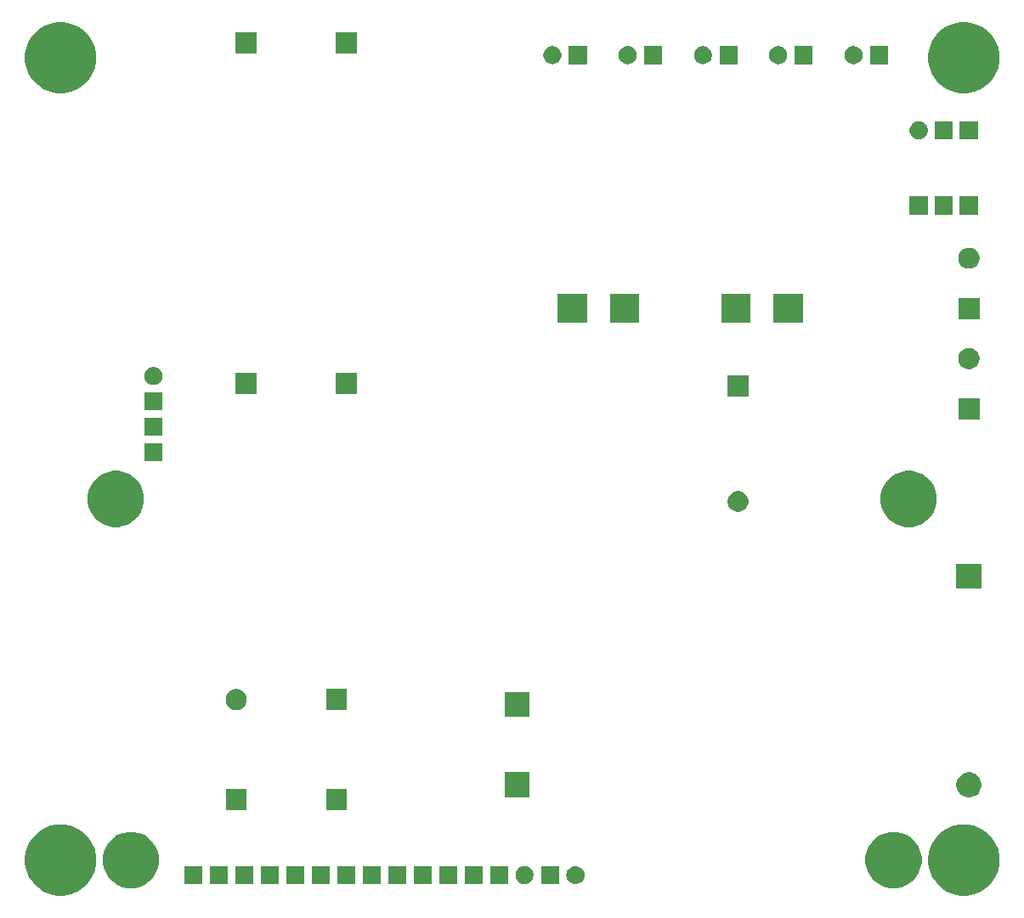
<source format=gbr>
G04 #@! TF.GenerationSoftware,KiCad,Pcbnew,(5.1.2-1)-1*
G04 #@! TF.CreationDate,2020-09-26T11:09:18+03:00*
G04 #@! TF.ProjectId,UAK_1,55414b5f-312e-46b6-9963-61645f706362,rev?*
G04 #@! TF.SameCoordinates,Original*
G04 #@! TF.FileFunction,Soldermask,Bot*
G04 #@! TF.FilePolarity,Negative*
%FSLAX46Y46*%
G04 Gerber Fmt 4.6, Leading zero omitted, Abs format (unit mm)*
G04 Created by KiCad (PCBNEW (5.1.2-1)-1) date 2020-09-26 11:09:18*
%MOMM*%
%LPD*%
G04 APERTURE LIST*
%ADD10C,0.100000*%
G04 APERTURE END LIST*
D10*
G36*
X171035787Y-131585462D02*
G01*
X171035790Y-131585463D01*
X171035789Y-131585463D01*
X171682029Y-131853144D01*
X172263631Y-132241758D01*
X172758242Y-132736369D01*
X173146856Y-133317971D01*
X173146856Y-133317972D01*
X173414538Y-133964213D01*
X173551000Y-134650256D01*
X173551000Y-135349744D01*
X173414538Y-136035787D01*
X173336135Y-136225068D01*
X173146856Y-136682029D01*
X172758242Y-137263631D01*
X172263631Y-137758242D01*
X171682029Y-138146856D01*
X171225068Y-138336135D01*
X171035787Y-138414538D01*
X170349744Y-138551000D01*
X169650256Y-138551000D01*
X168964213Y-138414538D01*
X168774932Y-138336135D01*
X168317971Y-138146856D01*
X167736369Y-137758242D01*
X167241758Y-137263631D01*
X166853144Y-136682029D01*
X166663865Y-136225068D01*
X166585462Y-136035787D01*
X166449000Y-135349744D01*
X166449000Y-134650256D01*
X166585462Y-133964213D01*
X166853144Y-133317972D01*
X166853144Y-133317971D01*
X167241758Y-132736369D01*
X167736369Y-132241758D01*
X168317971Y-131853144D01*
X168964211Y-131585463D01*
X168964210Y-131585463D01*
X168964213Y-131585462D01*
X169650256Y-131449000D01*
X170349744Y-131449000D01*
X171035787Y-131585462D01*
X171035787Y-131585462D01*
G37*
G36*
X81035787Y-131585462D02*
G01*
X81035790Y-131585463D01*
X81035789Y-131585463D01*
X81682029Y-131853144D01*
X82263631Y-132241758D01*
X82758242Y-132736369D01*
X83146856Y-133317971D01*
X83146856Y-133317972D01*
X83414538Y-133964213D01*
X83551000Y-134650256D01*
X83551000Y-135349744D01*
X83414538Y-136035787D01*
X83336135Y-136225068D01*
X83146856Y-136682029D01*
X82758242Y-137263631D01*
X82263631Y-137758242D01*
X81682029Y-138146856D01*
X81225068Y-138336135D01*
X81035787Y-138414538D01*
X80349744Y-138551000D01*
X79650256Y-138551000D01*
X78964213Y-138414538D01*
X78774932Y-138336135D01*
X78317971Y-138146856D01*
X77736369Y-137758242D01*
X77241758Y-137263631D01*
X76853144Y-136682029D01*
X76663865Y-136225068D01*
X76585462Y-136035787D01*
X76449000Y-135349744D01*
X76449000Y-134650256D01*
X76585462Y-133964213D01*
X76853144Y-133317972D01*
X76853144Y-133317971D01*
X77241758Y-132736369D01*
X77736369Y-132241758D01*
X78317971Y-131853144D01*
X78964211Y-131585463D01*
X78964210Y-131585463D01*
X78964213Y-131585462D01*
X79650256Y-131449000D01*
X80349744Y-131449000D01*
X81035787Y-131585462D01*
X81035787Y-131585462D01*
G37*
G36*
X87817021Y-132306640D02*
G01*
X88326769Y-132517785D01*
X88326771Y-132517786D01*
X88785534Y-132824321D01*
X89175679Y-133214466D01*
X89244839Y-133317972D01*
X89482215Y-133673231D01*
X89693360Y-134182979D01*
X89801000Y-134724124D01*
X89801000Y-135275876D01*
X89693360Y-135817021D01*
X89483621Y-136323375D01*
X89482214Y-136326771D01*
X89175679Y-136785534D01*
X88785534Y-137175679D01*
X88326771Y-137482214D01*
X88326770Y-137482215D01*
X88326769Y-137482215D01*
X87817021Y-137693360D01*
X87275876Y-137801000D01*
X86724124Y-137801000D01*
X86182979Y-137693360D01*
X85673231Y-137482215D01*
X85673230Y-137482215D01*
X85673229Y-137482214D01*
X85214466Y-137175679D01*
X84824321Y-136785534D01*
X84517786Y-136326771D01*
X84516379Y-136323375D01*
X84306640Y-135817021D01*
X84199000Y-135275876D01*
X84199000Y-134724124D01*
X84306640Y-134182979D01*
X84517785Y-133673231D01*
X84755161Y-133317972D01*
X84824321Y-133214466D01*
X85214466Y-132824321D01*
X85673229Y-132517786D01*
X85673231Y-132517785D01*
X86182979Y-132306640D01*
X86724124Y-132199000D01*
X87275876Y-132199000D01*
X87817021Y-132306640D01*
X87817021Y-132306640D01*
G37*
G36*
X163817021Y-132306640D02*
G01*
X164326769Y-132517785D01*
X164326771Y-132517786D01*
X164785534Y-132824321D01*
X165175679Y-133214466D01*
X165244839Y-133317972D01*
X165482215Y-133673231D01*
X165693360Y-134182979D01*
X165801000Y-134724124D01*
X165801000Y-135275876D01*
X165693360Y-135817021D01*
X165483621Y-136323375D01*
X165482214Y-136326771D01*
X165175679Y-136785534D01*
X164785534Y-137175679D01*
X164326771Y-137482214D01*
X164326770Y-137482215D01*
X164326769Y-137482215D01*
X163817021Y-137693360D01*
X163275876Y-137801000D01*
X162724124Y-137801000D01*
X162182979Y-137693360D01*
X161673231Y-137482215D01*
X161673230Y-137482215D01*
X161673229Y-137482214D01*
X161214466Y-137175679D01*
X160824321Y-136785534D01*
X160517786Y-136326771D01*
X160516379Y-136323375D01*
X160306640Y-135817021D01*
X160199000Y-135275876D01*
X160199000Y-134724124D01*
X160306640Y-134182979D01*
X160517785Y-133673231D01*
X160755161Y-133317972D01*
X160824321Y-133214466D01*
X161214466Y-132824321D01*
X161673229Y-132517786D01*
X161673231Y-132517785D01*
X162182979Y-132306640D01*
X162724124Y-132199000D01*
X163275876Y-132199000D01*
X163817021Y-132306640D01*
X163817021Y-132306640D01*
G37*
G36*
X122041000Y-137401000D02*
G01*
X120239000Y-137401000D01*
X120239000Y-135599000D01*
X122041000Y-135599000D01*
X122041000Y-137401000D01*
X122041000Y-137401000D01*
G37*
G36*
X119501000Y-137401000D02*
G01*
X117699000Y-137401000D01*
X117699000Y-135599000D01*
X119501000Y-135599000D01*
X119501000Y-137401000D01*
X119501000Y-137401000D01*
G37*
G36*
X116961000Y-137401000D02*
G01*
X115159000Y-137401000D01*
X115159000Y-135599000D01*
X116961000Y-135599000D01*
X116961000Y-137401000D01*
X116961000Y-137401000D01*
G37*
G36*
X114421000Y-137401000D02*
G01*
X112619000Y-137401000D01*
X112619000Y-135599000D01*
X114421000Y-135599000D01*
X114421000Y-137401000D01*
X114421000Y-137401000D01*
G37*
G36*
X111881000Y-137401000D02*
G01*
X110079000Y-137401000D01*
X110079000Y-135599000D01*
X111881000Y-135599000D01*
X111881000Y-137401000D01*
X111881000Y-137401000D01*
G37*
G36*
X109341000Y-137401000D02*
G01*
X107539000Y-137401000D01*
X107539000Y-135599000D01*
X109341000Y-135599000D01*
X109341000Y-137401000D01*
X109341000Y-137401000D01*
G37*
G36*
X106801000Y-137401000D02*
G01*
X104999000Y-137401000D01*
X104999000Y-135599000D01*
X106801000Y-135599000D01*
X106801000Y-137401000D01*
X106801000Y-137401000D01*
G37*
G36*
X104261000Y-137401000D02*
G01*
X102459000Y-137401000D01*
X102459000Y-135599000D01*
X104261000Y-135599000D01*
X104261000Y-137401000D01*
X104261000Y-137401000D01*
G37*
G36*
X101721000Y-137401000D02*
G01*
X99919000Y-137401000D01*
X99919000Y-135599000D01*
X101721000Y-135599000D01*
X101721000Y-137401000D01*
X101721000Y-137401000D01*
G37*
G36*
X99181000Y-137401000D02*
G01*
X97379000Y-137401000D01*
X97379000Y-135599000D01*
X99181000Y-135599000D01*
X99181000Y-137401000D01*
X99181000Y-137401000D01*
G37*
G36*
X96641000Y-137401000D02*
G01*
X94839000Y-137401000D01*
X94839000Y-135599000D01*
X96641000Y-135599000D01*
X96641000Y-137401000D01*
X96641000Y-137401000D01*
G37*
G36*
X94101000Y-137401000D02*
G01*
X92299000Y-137401000D01*
X92299000Y-135599000D01*
X94101000Y-135599000D01*
X94101000Y-137401000D01*
X94101000Y-137401000D01*
G37*
G36*
X124581000Y-137401000D02*
G01*
X122779000Y-137401000D01*
X122779000Y-135599000D01*
X124581000Y-135599000D01*
X124581000Y-137401000D01*
X124581000Y-137401000D01*
G37*
G36*
X126333512Y-135603927D02*
G01*
X126482812Y-135633624D01*
X126646784Y-135701544D01*
X126794354Y-135800147D01*
X126919853Y-135925646D01*
X127018456Y-136073216D01*
X127086376Y-136237188D01*
X127121000Y-136411259D01*
X127121000Y-136588741D01*
X127086376Y-136762812D01*
X127018456Y-136926784D01*
X126919853Y-137074354D01*
X126794354Y-137199853D01*
X126646784Y-137298456D01*
X126482812Y-137366376D01*
X126333512Y-137396073D01*
X126308742Y-137401000D01*
X126131258Y-137401000D01*
X126106488Y-137396073D01*
X125957188Y-137366376D01*
X125793216Y-137298456D01*
X125645646Y-137199853D01*
X125520147Y-137074354D01*
X125421544Y-136926784D01*
X125353624Y-136762812D01*
X125319000Y-136588741D01*
X125319000Y-136411259D01*
X125353624Y-136237188D01*
X125421544Y-136073216D01*
X125520147Y-135925646D01*
X125645646Y-135800147D01*
X125793216Y-135701544D01*
X125957188Y-135633624D01*
X126106488Y-135603927D01*
X126131258Y-135599000D01*
X126308742Y-135599000D01*
X126333512Y-135603927D01*
X126333512Y-135603927D01*
G37*
G36*
X131410442Y-135605518D02*
G01*
X131476627Y-135612037D01*
X131646466Y-135663557D01*
X131802991Y-135747222D01*
X131838729Y-135776552D01*
X131940186Y-135859814D01*
X132023448Y-135961271D01*
X132052778Y-135997009D01*
X132136443Y-136153534D01*
X132187963Y-136323373D01*
X132205359Y-136500000D01*
X132187963Y-136676627D01*
X132136443Y-136846466D01*
X132052778Y-137002991D01*
X132023448Y-137038729D01*
X131940186Y-137140186D01*
X131867480Y-137199853D01*
X131802991Y-137252778D01*
X131646466Y-137336443D01*
X131476627Y-137387963D01*
X131410443Y-137394481D01*
X131344260Y-137401000D01*
X131255740Y-137401000D01*
X131189557Y-137394481D01*
X131123373Y-137387963D01*
X130953534Y-137336443D01*
X130797009Y-137252778D01*
X130732520Y-137199853D01*
X130659814Y-137140186D01*
X130576552Y-137038729D01*
X130547222Y-137002991D01*
X130463557Y-136846466D01*
X130412037Y-136676627D01*
X130394641Y-136500000D01*
X130412037Y-136323373D01*
X130463557Y-136153534D01*
X130547222Y-135997009D01*
X130576552Y-135961271D01*
X130659814Y-135859814D01*
X130761271Y-135776552D01*
X130797009Y-135747222D01*
X130953534Y-135663557D01*
X131123373Y-135612037D01*
X131189558Y-135605518D01*
X131255740Y-135599000D01*
X131344260Y-135599000D01*
X131410442Y-135605518D01*
X131410442Y-135605518D01*
G37*
G36*
X129661000Y-137401000D02*
G01*
X127859000Y-137401000D01*
X127859000Y-135599000D01*
X129661000Y-135599000D01*
X129661000Y-137401000D01*
X129661000Y-137401000D01*
G37*
G36*
X98551000Y-130051000D02*
G01*
X96449000Y-130051000D01*
X96449000Y-127949000D01*
X98551000Y-127949000D01*
X98551000Y-130051000D01*
X98551000Y-130051000D01*
G37*
G36*
X108551000Y-130051000D02*
G01*
X106449000Y-130051000D01*
X106449000Y-127949000D01*
X108551000Y-127949000D01*
X108551000Y-130051000D01*
X108551000Y-130051000D01*
G37*
G36*
X170864903Y-126297075D02*
G01*
X171092571Y-126391378D01*
X171297466Y-126528285D01*
X171471715Y-126702534D01*
X171608622Y-126907429D01*
X171702925Y-127135097D01*
X171751000Y-127376787D01*
X171751000Y-127623213D01*
X171702925Y-127864903D01*
X171608622Y-128092571D01*
X171471715Y-128297466D01*
X171297466Y-128471715D01*
X171092571Y-128608622D01*
X171092570Y-128608623D01*
X171092569Y-128608623D01*
X170864903Y-128702925D01*
X170623214Y-128751000D01*
X170376786Y-128751000D01*
X170135097Y-128702925D01*
X169907431Y-128608623D01*
X169907430Y-128608623D01*
X169907429Y-128608622D01*
X169702534Y-128471715D01*
X169528285Y-128297466D01*
X169391378Y-128092571D01*
X169297075Y-127864903D01*
X169249000Y-127623213D01*
X169249000Y-127376787D01*
X169297075Y-127135097D01*
X169391378Y-126907429D01*
X169528285Y-126702534D01*
X169702534Y-126528285D01*
X169907429Y-126391378D01*
X170135097Y-126297075D01*
X170376786Y-126249000D01*
X170623214Y-126249000D01*
X170864903Y-126297075D01*
X170864903Y-126297075D01*
G37*
G36*
X126751000Y-128751000D02*
G01*
X124249000Y-128751000D01*
X124249000Y-126249000D01*
X126751000Y-126249000D01*
X126751000Y-128751000D01*
X126751000Y-128751000D01*
G37*
G36*
X126751000Y-120751000D02*
G01*
X124249000Y-120751000D01*
X124249000Y-118249000D01*
X126751000Y-118249000D01*
X126751000Y-120751000D01*
X126751000Y-120751000D01*
G37*
G36*
X108551000Y-120051000D02*
G01*
X106449000Y-120051000D01*
X106449000Y-117949000D01*
X108551000Y-117949000D01*
X108551000Y-120051000D01*
X108551000Y-120051000D01*
G37*
G36*
X97806564Y-117989389D02*
G01*
X97997833Y-118068615D01*
X97997835Y-118068616D01*
X98169973Y-118183635D01*
X98316365Y-118330027D01*
X98431385Y-118502167D01*
X98510611Y-118693436D01*
X98551000Y-118896484D01*
X98551000Y-119103516D01*
X98510611Y-119306564D01*
X98431385Y-119497833D01*
X98431384Y-119497835D01*
X98316365Y-119669973D01*
X98169973Y-119816365D01*
X97997835Y-119931384D01*
X97997834Y-119931385D01*
X97997833Y-119931385D01*
X97806564Y-120010611D01*
X97603516Y-120051000D01*
X97396484Y-120051000D01*
X97193436Y-120010611D01*
X97002167Y-119931385D01*
X97002166Y-119931385D01*
X97002165Y-119931384D01*
X96830027Y-119816365D01*
X96683635Y-119669973D01*
X96568616Y-119497835D01*
X96568615Y-119497833D01*
X96489389Y-119306564D01*
X96449000Y-119103516D01*
X96449000Y-118896484D01*
X96489389Y-118693436D01*
X96568615Y-118502167D01*
X96683635Y-118330027D01*
X96830027Y-118183635D01*
X97002165Y-118068616D01*
X97002167Y-118068615D01*
X97193436Y-117989389D01*
X97396484Y-117949000D01*
X97603516Y-117949000D01*
X97806564Y-117989389D01*
X97806564Y-117989389D01*
G37*
G36*
X171751000Y-107951000D02*
G01*
X169249000Y-107951000D01*
X169249000Y-105449000D01*
X171751000Y-105449000D01*
X171751000Y-107951000D01*
X171751000Y-107951000D01*
G37*
G36*
X86317021Y-96306640D02*
G01*
X86826769Y-96517785D01*
X86826771Y-96517786D01*
X87285534Y-96824321D01*
X87675679Y-97214466D01*
X87982214Y-97673229D01*
X87982215Y-97673231D01*
X88193360Y-98182979D01*
X88301000Y-98724124D01*
X88301000Y-99275876D01*
X88193360Y-99817021D01*
X87992889Y-100301000D01*
X87982214Y-100326771D01*
X87675679Y-100785534D01*
X87285534Y-101175679D01*
X86826771Y-101482214D01*
X86826770Y-101482215D01*
X86826769Y-101482215D01*
X86317021Y-101693360D01*
X85775876Y-101801000D01*
X85224124Y-101801000D01*
X84682979Y-101693360D01*
X84173231Y-101482215D01*
X84173230Y-101482215D01*
X84173229Y-101482214D01*
X83714466Y-101175679D01*
X83324321Y-100785534D01*
X83017786Y-100326771D01*
X83007111Y-100301000D01*
X82806640Y-99817021D01*
X82699000Y-99275876D01*
X82699000Y-98724124D01*
X82806640Y-98182979D01*
X83017785Y-97673231D01*
X83017786Y-97673229D01*
X83324321Y-97214466D01*
X83714466Y-96824321D01*
X84173229Y-96517786D01*
X84173231Y-96517785D01*
X84682979Y-96306640D01*
X85224124Y-96199000D01*
X85775876Y-96199000D01*
X86317021Y-96306640D01*
X86317021Y-96306640D01*
G37*
G36*
X165317021Y-96306640D02*
G01*
X165826769Y-96517785D01*
X165826771Y-96517786D01*
X166285534Y-96824321D01*
X166675679Y-97214466D01*
X166982214Y-97673229D01*
X166982215Y-97673231D01*
X167193360Y-98182979D01*
X167301000Y-98724124D01*
X167301000Y-99275876D01*
X167193360Y-99817021D01*
X166992889Y-100301000D01*
X166982214Y-100326771D01*
X166675679Y-100785534D01*
X166285534Y-101175679D01*
X165826771Y-101482214D01*
X165826770Y-101482215D01*
X165826769Y-101482215D01*
X165317021Y-101693360D01*
X164775876Y-101801000D01*
X164224124Y-101801000D01*
X163682979Y-101693360D01*
X163173231Y-101482215D01*
X163173230Y-101482215D01*
X163173229Y-101482214D01*
X162714466Y-101175679D01*
X162324321Y-100785534D01*
X162017786Y-100326771D01*
X162007111Y-100301000D01*
X161806640Y-99817021D01*
X161699000Y-99275876D01*
X161699000Y-98724124D01*
X161806640Y-98182979D01*
X162017785Y-97673231D01*
X162017786Y-97673229D01*
X162324321Y-97214466D01*
X162714466Y-96824321D01*
X163173229Y-96517786D01*
X163173231Y-96517785D01*
X163682979Y-96306640D01*
X164224124Y-96199000D01*
X164775876Y-96199000D01*
X165317021Y-96306640D01*
X165317021Y-96306640D01*
G37*
G36*
X147806564Y-98239389D02*
G01*
X147997833Y-98318615D01*
X147997835Y-98318616D01*
X148169973Y-98433635D01*
X148316365Y-98580027D01*
X148412648Y-98724124D01*
X148431385Y-98752167D01*
X148510611Y-98943436D01*
X148551000Y-99146484D01*
X148551000Y-99353516D01*
X148510611Y-99556564D01*
X148431385Y-99747833D01*
X148431384Y-99747835D01*
X148316365Y-99919973D01*
X148169973Y-100066365D01*
X147997835Y-100181384D01*
X147997834Y-100181385D01*
X147997833Y-100181385D01*
X147806564Y-100260611D01*
X147603516Y-100301000D01*
X147396484Y-100301000D01*
X147193436Y-100260611D01*
X147002167Y-100181385D01*
X147002166Y-100181385D01*
X147002165Y-100181384D01*
X146830027Y-100066365D01*
X146683635Y-99919973D01*
X146568616Y-99747835D01*
X146568615Y-99747833D01*
X146489389Y-99556564D01*
X146449000Y-99353516D01*
X146449000Y-99146484D01*
X146489389Y-98943436D01*
X146568615Y-98752167D01*
X146587353Y-98724124D01*
X146683635Y-98580027D01*
X146830027Y-98433635D01*
X147002165Y-98318616D01*
X147002167Y-98318615D01*
X147193436Y-98239389D01*
X147396484Y-98199000D01*
X147603516Y-98199000D01*
X147806564Y-98239389D01*
X147806564Y-98239389D01*
G37*
G36*
X90151000Y-95271000D02*
G01*
X88349000Y-95271000D01*
X88349000Y-93469000D01*
X90151000Y-93469000D01*
X90151000Y-95271000D01*
X90151000Y-95271000D01*
G37*
G36*
X90151000Y-92731000D02*
G01*
X88349000Y-92731000D01*
X88349000Y-90929000D01*
X90151000Y-90929000D01*
X90151000Y-92731000D01*
X90151000Y-92731000D01*
G37*
G36*
X171551000Y-91051000D02*
G01*
X169449000Y-91051000D01*
X169449000Y-88949000D01*
X171551000Y-88949000D01*
X171551000Y-91051000D01*
X171551000Y-91051000D01*
G37*
G36*
X90151000Y-90191000D02*
G01*
X88349000Y-90191000D01*
X88349000Y-88389000D01*
X90151000Y-88389000D01*
X90151000Y-90191000D01*
X90151000Y-90191000D01*
G37*
G36*
X148551000Y-88801000D02*
G01*
X146449000Y-88801000D01*
X146449000Y-86699000D01*
X148551000Y-86699000D01*
X148551000Y-88801000D01*
X148551000Y-88801000D01*
G37*
G36*
X109551000Y-88551000D02*
G01*
X107449000Y-88551000D01*
X107449000Y-86449000D01*
X109551000Y-86449000D01*
X109551000Y-88551000D01*
X109551000Y-88551000D01*
G37*
G36*
X99551000Y-88551000D02*
G01*
X97449000Y-88551000D01*
X97449000Y-86449000D01*
X99551000Y-86449000D01*
X99551000Y-88551000D01*
X99551000Y-88551000D01*
G37*
G36*
X89363512Y-85853927D02*
G01*
X89512812Y-85883624D01*
X89676784Y-85951544D01*
X89824354Y-86050147D01*
X89949853Y-86175646D01*
X90048456Y-86323216D01*
X90116376Y-86487188D01*
X90151000Y-86661259D01*
X90151000Y-86838741D01*
X90116376Y-87012812D01*
X90048456Y-87176784D01*
X89949853Y-87324354D01*
X89824354Y-87449853D01*
X89676784Y-87548456D01*
X89512812Y-87616376D01*
X89363512Y-87646073D01*
X89338742Y-87651000D01*
X89161258Y-87651000D01*
X89136488Y-87646073D01*
X88987188Y-87616376D01*
X88823216Y-87548456D01*
X88675646Y-87449853D01*
X88550147Y-87324354D01*
X88451544Y-87176784D01*
X88383624Y-87012812D01*
X88349000Y-86838741D01*
X88349000Y-86661259D01*
X88383624Y-86487188D01*
X88451544Y-86323216D01*
X88550147Y-86175646D01*
X88675646Y-86050147D01*
X88823216Y-85951544D01*
X88987188Y-85883624D01*
X89136488Y-85853927D01*
X89161258Y-85849000D01*
X89338742Y-85849000D01*
X89363512Y-85853927D01*
X89363512Y-85853927D01*
G37*
G36*
X170806564Y-83989389D02*
G01*
X170997833Y-84068615D01*
X170997835Y-84068616D01*
X171169973Y-84183635D01*
X171316365Y-84330027D01*
X171431385Y-84502167D01*
X171510611Y-84693436D01*
X171551000Y-84896484D01*
X171551000Y-85103516D01*
X171510611Y-85306564D01*
X171431385Y-85497833D01*
X171431384Y-85497835D01*
X171316365Y-85669973D01*
X171169973Y-85816365D01*
X170997835Y-85931384D01*
X170997834Y-85931385D01*
X170997833Y-85931385D01*
X170806564Y-86010611D01*
X170603516Y-86051000D01*
X170396484Y-86051000D01*
X170193436Y-86010611D01*
X170002167Y-85931385D01*
X170002166Y-85931385D01*
X170002165Y-85931384D01*
X169830027Y-85816365D01*
X169683635Y-85669973D01*
X169568616Y-85497835D01*
X169568615Y-85497833D01*
X169489389Y-85306564D01*
X169449000Y-85103516D01*
X169449000Y-84896484D01*
X169489389Y-84693436D01*
X169568615Y-84502167D01*
X169683635Y-84330027D01*
X169830027Y-84183635D01*
X170002165Y-84068616D01*
X170002167Y-84068615D01*
X170193436Y-83989389D01*
X170396484Y-83949000D01*
X170603516Y-83949000D01*
X170806564Y-83989389D01*
X170806564Y-83989389D01*
G37*
G36*
X148751000Y-81451000D02*
G01*
X145849000Y-81451000D01*
X145849000Y-78549000D01*
X148751000Y-78549000D01*
X148751000Y-81451000D01*
X148751000Y-81451000D01*
G37*
G36*
X132451000Y-81451000D02*
G01*
X129549000Y-81451000D01*
X129549000Y-78549000D01*
X132451000Y-78549000D01*
X132451000Y-81451000D01*
X132451000Y-81451000D01*
G37*
G36*
X137651000Y-81451000D02*
G01*
X134749000Y-81451000D01*
X134749000Y-78549000D01*
X137651000Y-78549000D01*
X137651000Y-81451000D01*
X137651000Y-81451000D01*
G37*
G36*
X153951000Y-81451000D02*
G01*
X151049000Y-81451000D01*
X151049000Y-78549000D01*
X153951000Y-78549000D01*
X153951000Y-81451000D01*
X153951000Y-81451000D01*
G37*
G36*
X171551000Y-81051000D02*
G01*
X169449000Y-81051000D01*
X169449000Y-78949000D01*
X171551000Y-78949000D01*
X171551000Y-81051000D01*
X171551000Y-81051000D01*
G37*
G36*
X170806564Y-73989389D02*
G01*
X170997833Y-74068615D01*
X170997835Y-74068616D01*
X171169973Y-74183635D01*
X171316365Y-74330027D01*
X171431385Y-74502167D01*
X171510611Y-74693436D01*
X171551000Y-74896484D01*
X171551000Y-75103516D01*
X171510611Y-75306564D01*
X171431385Y-75497833D01*
X171431384Y-75497835D01*
X171316365Y-75669973D01*
X171169973Y-75816365D01*
X170997835Y-75931384D01*
X170997834Y-75931385D01*
X170997833Y-75931385D01*
X170806564Y-76010611D01*
X170603516Y-76051000D01*
X170396484Y-76051000D01*
X170193436Y-76010611D01*
X170002167Y-75931385D01*
X170002166Y-75931385D01*
X170002165Y-75931384D01*
X169830027Y-75816365D01*
X169683635Y-75669973D01*
X169568616Y-75497835D01*
X169568615Y-75497833D01*
X169489389Y-75306564D01*
X169449000Y-75103516D01*
X169449000Y-74896484D01*
X169489389Y-74693436D01*
X169568615Y-74502167D01*
X169683635Y-74330027D01*
X169830027Y-74183635D01*
X170002165Y-74068616D01*
X170002167Y-74068615D01*
X170193436Y-73989389D01*
X170396484Y-73949000D01*
X170603516Y-73949000D01*
X170806564Y-73989389D01*
X170806564Y-73989389D01*
G37*
G36*
X171401000Y-70651000D02*
G01*
X169599000Y-70651000D01*
X169599000Y-68849000D01*
X171401000Y-68849000D01*
X171401000Y-70651000D01*
X171401000Y-70651000D01*
G37*
G36*
X168901000Y-70651000D02*
G01*
X167099000Y-70651000D01*
X167099000Y-68849000D01*
X168901000Y-68849000D01*
X168901000Y-70651000D01*
X168901000Y-70651000D01*
G37*
G36*
X166401000Y-70651000D02*
G01*
X164599000Y-70651000D01*
X164599000Y-68849000D01*
X166401000Y-68849000D01*
X166401000Y-70651000D01*
X166401000Y-70651000D01*
G37*
G36*
X171401000Y-63151000D02*
G01*
X169599000Y-63151000D01*
X169599000Y-61349000D01*
X171401000Y-61349000D01*
X171401000Y-63151000D01*
X171401000Y-63151000D01*
G37*
G36*
X165613512Y-61353927D02*
G01*
X165762812Y-61383624D01*
X165926784Y-61451544D01*
X166074354Y-61550147D01*
X166199853Y-61675646D01*
X166298456Y-61823216D01*
X166366376Y-61987188D01*
X166401000Y-62161259D01*
X166401000Y-62338741D01*
X166366376Y-62512812D01*
X166298456Y-62676784D01*
X166199853Y-62824354D01*
X166074354Y-62949853D01*
X165926784Y-63048456D01*
X165762812Y-63116376D01*
X165613512Y-63146073D01*
X165588742Y-63151000D01*
X165411258Y-63151000D01*
X165386488Y-63146073D01*
X165237188Y-63116376D01*
X165073216Y-63048456D01*
X164925646Y-62949853D01*
X164800147Y-62824354D01*
X164701544Y-62676784D01*
X164633624Y-62512812D01*
X164599000Y-62338741D01*
X164599000Y-62161259D01*
X164633624Y-61987188D01*
X164701544Y-61823216D01*
X164800147Y-61675646D01*
X164925646Y-61550147D01*
X165073216Y-61451544D01*
X165237188Y-61383624D01*
X165386488Y-61353927D01*
X165411258Y-61349000D01*
X165588742Y-61349000D01*
X165613512Y-61353927D01*
X165613512Y-61353927D01*
G37*
G36*
X168901000Y-63151000D02*
G01*
X167099000Y-63151000D01*
X167099000Y-61349000D01*
X168901000Y-61349000D01*
X168901000Y-63151000D01*
X168901000Y-63151000D01*
G37*
G36*
X81035787Y-51585462D02*
G01*
X81035790Y-51585463D01*
X81035789Y-51585463D01*
X81682029Y-51853144D01*
X82263631Y-52241758D01*
X82758242Y-52736369D01*
X83146856Y-53317971D01*
X83146856Y-53317972D01*
X83414538Y-53964213D01*
X83551000Y-54650256D01*
X83551000Y-55349744D01*
X83414538Y-56035787D01*
X83414537Y-56035789D01*
X83146856Y-56682029D01*
X82758242Y-57263631D01*
X82263631Y-57758242D01*
X81682029Y-58146856D01*
X81225068Y-58336135D01*
X81035787Y-58414538D01*
X80349744Y-58551000D01*
X79650256Y-58551000D01*
X78964213Y-58414538D01*
X78774932Y-58336135D01*
X78317971Y-58146856D01*
X77736369Y-57758242D01*
X77241758Y-57263631D01*
X76853144Y-56682029D01*
X76585463Y-56035789D01*
X76585462Y-56035787D01*
X76449000Y-55349744D01*
X76449000Y-54650256D01*
X76585462Y-53964213D01*
X76853144Y-53317972D01*
X76853144Y-53317971D01*
X77241758Y-52736369D01*
X77736369Y-52241758D01*
X78317971Y-51853144D01*
X78964211Y-51585463D01*
X78964210Y-51585463D01*
X78964213Y-51585462D01*
X79650256Y-51449000D01*
X80349744Y-51449000D01*
X81035787Y-51585462D01*
X81035787Y-51585462D01*
G37*
G36*
X171035787Y-51585462D02*
G01*
X171035790Y-51585463D01*
X171035789Y-51585463D01*
X171682029Y-51853144D01*
X172263631Y-52241758D01*
X172758242Y-52736369D01*
X173146856Y-53317971D01*
X173146856Y-53317972D01*
X173414538Y-53964213D01*
X173551000Y-54650256D01*
X173551000Y-55349744D01*
X173414538Y-56035787D01*
X173414537Y-56035789D01*
X173146856Y-56682029D01*
X172758242Y-57263631D01*
X172263631Y-57758242D01*
X171682029Y-58146856D01*
X171225068Y-58336135D01*
X171035787Y-58414538D01*
X170349744Y-58551000D01*
X169650256Y-58551000D01*
X168964213Y-58414538D01*
X168774932Y-58336135D01*
X168317971Y-58146856D01*
X167736369Y-57758242D01*
X167241758Y-57263631D01*
X166853144Y-56682029D01*
X166585463Y-56035789D01*
X166585462Y-56035787D01*
X166449000Y-55349744D01*
X166449000Y-54650256D01*
X166585462Y-53964213D01*
X166853144Y-53317972D01*
X166853144Y-53317971D01*
X167241758Y-52736369D01*
X167736369Y-52241758D01*
X168317971Y-51853144D01*
X168964211Y-51585463D01*
X168964210Y-51585463D01*
X168964213Y-51585462D01*
X169650256Y-51449000D01*
X170349744Y-51449000D01*
X171035787Y-51585462D01*
X171035787Y-51585462D01*
G37*
G36*
X139941000Y-55651000D02*
G01*
X138139000Y-55651000D01*
X138139000Y-53849000D01*
X139941000Y-53849000D01*
X139941000Y-55651000D01*
X139941000Y-55651000D01*
G37*
G36*
X136613512Y-53853927D02*
G01*
X136762812Y-53883624D01*
X136926784Y-53951544D01*
X137074354Y-54050147D01*
X137199853Y-54175646D01*
X137298456Y-54323216D01*
X137366376Y-54487188D01*
X137396073Y-54636488D01*
X137398812Y-54650256D01*
X137401000Y-54661259D01*
X137401000Y-54838741D01*
X137366376Y-55012812D01*
X137298456Y-55176784D01*
X137199853Y-55324354D01*
X137074354Y-55449853D01*
X136926784Y-55548456D01*
X136762812Y-55616376D01*
X136613512Y-55646073D01*
X136588742Y-55651000D01*
X136411258Y-55651000D01*
X136386488Y-55646073D01*
X136237188Y-55616376D01*
X136073216Y-55548456D01*
X135925646Y-55449853D01*
X135800147Y-55324354D01*
X135701544Y-55176784D01*
X135633624Y-55012812D01*
X135599000Y-54838741D01*
X135599000Y-54661259D01*
X135601189Y-54650256D01*
X135603927Y-54636488D01*
X135633624Y-54487188D01*
X135701544Y-54323216D01*
X135800147Y-54175646D01*
X135925646Y-54050147D01*
X136073216Y-53951544D01*
X136237188Y-53883624D01*
X136386488Y-53853927D01*
X136411258Y-53849000D01*
X136588742Y-53849000D01*
X136613512Y-53853927D01*
X136613512Y-53853927D01*
G37*
G36*
X132441000Y-55651000D02*
G01*
X130639000Y-55651000D01*
X130639000Y-53849000D01*
X132441000Y-53849000D01*
X132441000Y-55651000D01*
X132441000Y-55651000D01*
G37*
G36*
X129113512Y-53853927D02*
G01*
X129262812Y-53883624D01*
X129426784Y-53951544D01*
X129574354Y-54050147D01*
X129699853Y-54175646D01*
X129798456Y-54323216D01*
X129866376Y-54487188D01*
X129896073Y-54636488D01*
X129898812Y-54650256D01*
X129901000Y-54661259D01*
X129901000Y-54838741D01*
X129866376Y-55012812D01*
X129798456Y-55176784D01*
X129699853Y-55324354D01*
X129574354Y-55449853D01*
X129426784Y-55548456D01*
X129262812Y-55616376D01*
X129113512Y-55646073D01*
X129088742Y-55651000D01*
X128911258Y-55651000D01*
X128886488Y-55646073D01*
X128737188Y-55616376D01*
X128573216Y-55548456D01*
X128425646Y-55449853D01*
X128300147Y-55324354D01*
X128201544Y-55176784D01*
X128133624Y-55012812D01*
X128099000Y-54838741D01*
X128099000Y-54661259D01*
X128101189Y-54650256D01*
X128103927Y-54636488D01*
X128133624Y-54487188D01*
X128201544Y-54323216D01*
X128300147Y-54175646D01*
X128425646Y-54050147D01*
X128573216Y-53951544D01*
X128737188Y-53883624D01*
X128886488Y-53853927D01*
X128911258Y-53849000D01*
X129088742Y-53849000D01*
X129113512Y-53853927D01*
X129113512Y-53853927D01*
G37*
G36*
X162441000Y-55651000D02*
G01*
X160639000Y-55651000D01*
X160639000Y-53849000D01*
X162441000Y-53849000D01*
X162441000Y-55651000D01*
X162441000Y-55651000D01*
G37*
G36*
X159113512Y-53853927D02*
G01*
X159262812Y-53883624D01*
X159426784Y-53951544D01*
X159574354Y-54050147D01*
X159699853Y-54175646D01*
X159798456Y-54323216D01*
X159866376Y-54487188D01*
X159896073Y-54636488D01*
X159898812Y-54650256D01*
X159901000Y-54661259D01*
X159901000Y-54838741D01*
X159866376Y-55012812D01*
X159798456Y-55176784D01*
X159699853Y-55324354D01*
X159574354Y-55449853D01*
X159426784Y-55548456D01*
X159262812Y-55616376D01*
X159113512Y-55646073D01*
X159088742Y-55651000D01*
X158911258Y-55651000D01*
X158886488Y-55646073D01*
X158737188Y-55616376D01*
X158573216Y-55548456D01*
X158425646Y-55449853D01*
X158300147Y-55324354D01*
X158201544Y-55176784D01*
X158133624Y-55012812D01*
X158099000Y-54838741D01*
X158099000Y-54661259D01*
X158101189Y-54650256D01*
X158103927Y-54636488D01*
X158133624Y-54487188D01*
X158201544Y-54323216D01*
X158300147Y-54175646D01*
X158425646Y-54050147D01*
X158573216Y-53951544D01*
X158737188Y-53883624D01*
X158886488Y-53853927D01*
X158911258Y-53849000D01*
X159088742Y-53849000D01*
X159113512Y-53853927D01*
X159113512Y-53853927D01*
G37*
G36*
X144113512Y-53853927D02*
G01*
X144262812Y-53883624D01*
X144426784Y-53951544D01*
X144574354Y-54050147D01*
X144699853Y-54175646D01*
X144798456Y-54323216D01*
X144866376Y-54487188D01*
X144896073Y-54636488D01*
X144898812Y-54650256D01*
X144901000Y-54661259D01*
X144901000Y-54838741D01*
X144866376Y-55012812D01*
X144798456Y-55176784D01*
X144699853Y-55324354D01*
X144574354Y-55449853D01*
X144426784Y-55548456D01*
X144262812Y-55616376D01*
X144113512Y-55646073D01*
X144088742Y-55651000D01*
X143911258Y-55651000D01*
X143886488Y-55646073D01*
X143737188Y-55616376D01*
X143573216Y-55548456D01*
X143425646Y-55449853D01*
X143300147Y-55324354D01*
X143201544Y-55176784D01*
X143133624Y-55012812D01*
X143099000Y-54838741D01*
X143099000Y-54661259D01*
X143101189Y-54650256D01*
X143103927Y-54636488D01*
X143133624Y-54487188D01*
X143201544Y-54323216D01*
X143300147Y-54175646D01*
X143425646Y-54050147D01*
X143573216Y-53951544D01*
X143737188Y-53883624D01*
X143886488Y-53853927D01*
X143911258Y-53849000D01*
X144088742Y-53849000D01*
X144113512Y-53853927D01*
X144113512Y-53853927D01*
G37*
G36*
X151613512Y-53853927D02*
G01*
X151762812Y-53883624D01*
X151926784Y-53951544D01*
X152074354Y-54050147D01*
X152199853Y-54175646D01*
X152298456Y-54323216D01*
X152366376Y-54487188D01*
X152396073Y-54636488D01*
X152398812Y-54650256D01*
X152401000Y-54661259D01*
X152401000Y-54838741D01*
X152366376Y-55012812D01*
X152298456Y-55176784D01*
X152199853Y-55324354D01*
X152074354Y-55449853D01*
X151926784Y-55548456D01*
X151762812Y-55616376D01*
X151613512Y-55646073D01*
X151588742Y-55651000D01*
X151411258Y-55651000D01*
X151386488Y-55646073D01*
X151237188Y-55616376D01*
X151073216Y-55548456D01*
X150925646Y-55449853D01*
X150800147Y-55324354D01*
X150701544Y-55176784D01*
X150633624Y-55012812D01*
X150599000Y-54838741D01*
X150599000Y-54661259D01*
X150601189Y-54650256D01*
X150603927Y-54636488D01*
X150633624Y-54487188D01*
X150701544Y-54323216D01*
X150800147Y-54175646D01*
X150925646Y-54050147D01*
X151073216Y-53951544D01*
X151237188Y-53883624D01*
X151386488Y-53853927D01*
X151411258Y-53849000D01*
X151588742Y-53849000D01*
X151613512Y-53853927D01*
X151613512Y-53853927D01*
G37*
G36*
X154941000Y-55651000D02*
G01*
X153139000Y-55651000D01*
X153139000Y-53849000D01*
X154941000Y-53849000D01*
X154941000Y-55651000D01*
X154941000Y-55651000D01*
G37*
G36*
X147441000Y-55651000D02*
G01*
X145639000Y-55651000D01*
X145639000Y-53849000D01*
X147441000Y-53849000D01*
X147441000Y-55651000D01*
X147441000Y-55651000D01*
G37*
G36*
X109551000Y-54551000D02*
G01*
X107449000Y-54551000D01*
X107449000Y-52449000D01*
X109551000Y-52449000D01*
X109551000Y-54551000D01*
X109551000Y-54551000D01*
G37*
G36*
X99551000Y-54551000D02*
G01*
X97449000Y-54551000D01*
X97449000Y-52449000D01*
X99551000Y-52449000D01*
X99551000Y-54551000D01*
X99551000Y-54551000D01*
G37*
M02*

</source>
